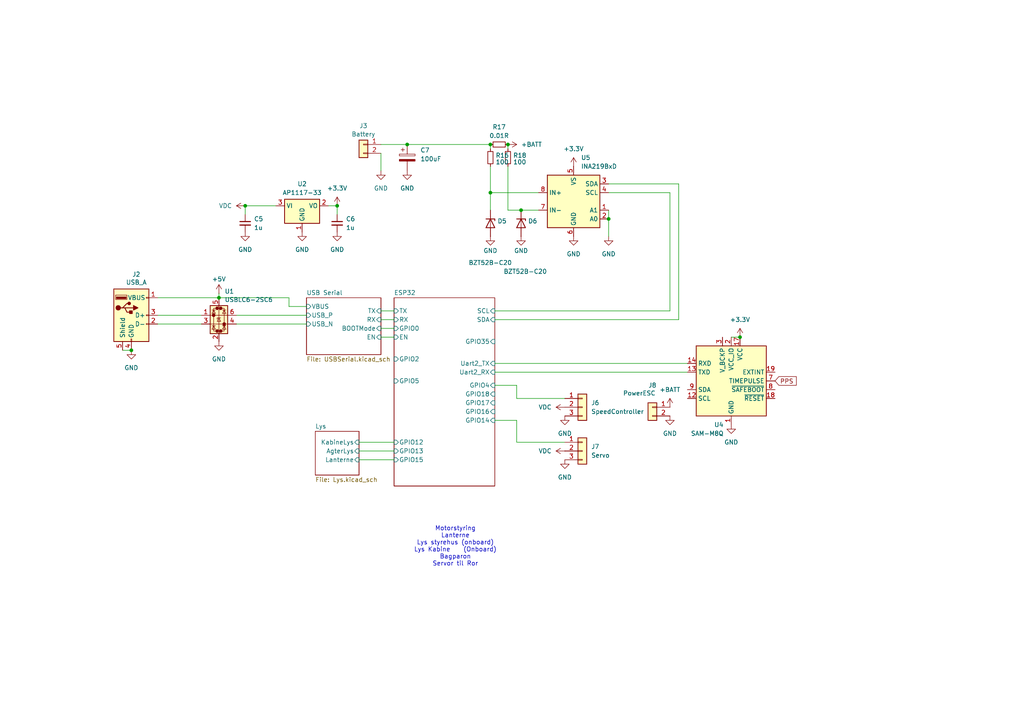
<source format=kicad_sch>
(kicad_sch (version 20250114) (generator "eeschema") (generator_version "9.0")
  (paper "A4")
  (lib_symbols
    (symbol "Connector_Generic:Conn_01x02" (pin_names (offset 1.016) (hide yes))
      (property "Reference" "J" (at 0 2.54 0))
      (property "Value" "Conn_01x02" (at 0 -5.08 0))
      (symbol "Conn_01x02_1_1"
        (rectangle (start -1.27 1.27) (end 1.27 -3.81) (stroke (width 0.254)) (fill (type background)))
        (rectangle (start -1.27 0.127) (end 0 -0.127) (stroke (width 0.1524)))
        (rectangle (start -1.27 -2.413) (end 0 -2.667) (stroke (width 0.1524)))
        (pin passive line (at -5.08 0 0) (length 3.81) (name "Pin_1") (number "1"))
        (pin passive line (at -5.08 -2.54 0) (length 3.81) (name "Pin_2") (number "2"))
      )
    )
    (symbol "Connector_Generic:Conn_01x03" (pin_names (offset 1.016) (hide yes))
      (property "Reference" "J" (at 0 5.08 0))
      (property "Value" "Conn_01x03" (at 0 -5.08 0))
      (symbol "Conn_01x03_1_1"
        (rectangle (start -1.27 3.81) (end 1.27 -3.81) (stroke (width 0.254)) (fill (type background)))
        (rectangle (start -1.27 2.667) (end 0 2.413) (stroke (width 0.1524)))
        (rectangle (start -1.27 0.127) (end 0 -0.127) (stroke (width 0.1524)))
        (rectangle (start -1.27 -2.413) (end 0 -2.667) (stroke (width 0.1524)))
        (pin passive line (at -5.08 2.54 0) (length 3.81) (name "Pin_1") (number "1"))
        (pin passive line (at -5.08 0 0) (length 3.81) (name "Pin_2") (number "2"))
        (pin passive line (at -5.08 -2.54 0) (length 3.81) (name "Pin_3") (number "3"))
      )
    )
    (symbol "Device:C_Polarized" (pin_numbers (hide yes)) (pin_names (offset 0.254))
      (property "Reference" "C" (at 0.635 2.54 0))
      (property "Value" "C_Polarized" (at 0.635 -2.54 0))
      (symbol "C_Polarized_0_1"
        (rectangle (start -2.286 0.508) (end 2.286 1.016))
        (polyline (pts (xy -1.778 2.286) (xy -0.762 2.286)))
        (polyline (pts (xy -1.27 2.794) (xy -1.27 1.778)))
        (rectangle (start 2.286 -0.508) (end -2.286 -1.016) (fill (type outline)))
      )
      (symbol "C_Polarized_1_1"
        (pin passive line (at 0 3.81 270) (length 2.794) (name "~") (number "1"))
        (pin passive line (at 0 -3.81 90) (length 2.794) (name "~") (number "2"))
      )
    )
    (symbol "Device:C_Small" (pin_numbers (hide yes)) (pin_names (offset 0.254) (hide yes))
      (property "Reference" "C" (at 0.254 1.778 0))
      (property "Value" "C_Small" (at 0.254 -2.032 0))
      (symbol "C_Small_0_1"
        (polyline (pts (xy -1.524 0.508) (xy 1.524 0.508)) (stroke (width 0.3048)))
        (polyline (pts (xy -1.524 -0.508) (xy 1.524 -0.508)) (stroke (width 0.3302)))
      )
      (symbol "C_Small_1_1"
        (pin passive line (at 0 2.54 270) (length 2.032) (name "~") (number "1"))
        (pin passive line (at 0 -2.54 90) (length 2.032) (name "~") (number "2"))
      )
    )
    (symbol "Device:R_Small" (pin_numbers (hide yes)) (pin_names (offset 0.254) (hide yes))
      (property "Reference" "R" (at 0.762 0.508 0))
      (property "Value" "R_Small" (at 0.762 -1.016 0))
      (symbol "R_Small_0_1"
        (rectangle (start -0.762 1.778) (end 0.762 -1.778) (stroke (width 0.2032)))
      )
      (symbol "R_Small_1_1"
        (pin passive line (at 0 2.54 270) (length 0.762) (name "~") (number "1"))
        (pin passive line (at 0 -2.54 90) (length 0.762) (name "~") (number "2"))
      )
    )
    (symbol "Diode:BZT52Bxx" (pin_numbers (hide yes)) (pin_names (hide yes))
      (property "Reference" "D" (at 0 2.54 0))
      (property "Value" "BZT52Bxx" (at 0 -2.54 0))
      (symbol "BZT52Bxx_0_1"
        (polyline (pts (xy -1.27 -1.27) (xy -1.27 1.27) (xy -0.762 1.27)) (stroke (width 0.254)))
        (polyline (pts (xy 1.27 0) (xy -1.27 0)))
        (polyline (pts (xy 1.27 -1.27) (xy 1.27 1.27) (xy -1.27 0) (xy 1.27 -1.27)) (stroke (width 0.254)))
      )
      (symbol "BZT52Bxx_1_1"
        (pin passive line (at -3.81 0 0) (length 2.54) (name "K") (number "1"))
        (pin passive line (at 3.81 0 180) (length 2.54) (name "A") (number "2"))
      )
    )
    (symbol "GND_7" (power) (pin_names (offset 0))
      (property "Value" "GND_7" (at 0 -3.81 0))
      (symbol "GND_7_0_1"
        (polyline (pts (xy 0 0) (xy 0 -1.27) (xy 1.27 -1.27) (xy 0 -2.54) (xy -1.27 -1.27) (xy 0 -1.27)))
      )
      (symbol "GND_7_1_1"
        (pin power_in line (at 0 0 270) (length 0) (hide yes) (name "GND") (number "1"))
      )
    )
    (symbol "Power_Protection:USBLC6-2SC6" (pin_names (hide yes))
      (property "Reference" "U" (at 0.635 5.715 0))
      (property "Value" "USBLC6-2SC6" (at 0.635 3.81 0))
      (symbol "USBLC6-2SC6_0_0"
        (circle (center -1.524 0) (radius 0.0001) (stroke (width 0.508)))
        (circle (center -0.508 2.032) (radius 0.0001) (stroke (width 0.508)))
        (circle (center -0.508 -4.572) (radius 0.0001) (stroke (width 0.508)))
        (circle (center 0.508 2.032) (radius 0.0001) (stroke (width 0.508)))
        (circle (center 0.508 -4.572) (radius 0.0001) (stroke (width 0.508)))
        (circle (center 1.524 -2.54) (radius 0.0001) (stroke (width 0.508)))
      )
      (symbol "USBLC6-2SC6_0_1"
        (polyline (pts (xy -2.54 0) (xy 2.54 0)))
        (polyline (pts (xy -2.54 -2.54) (xy 2.54 -2.54)))
        (polyline (pts (xy -2.032 0.508) (xy -1.016 0.508) (xy -1.524 1.524) (xy -2.032 0.508)))
        (polyline (pts (xy -2.032 -3.048) (xy -1.016 -3.048)))
        (polyline (pts (xy -1.016 1.524) (xy -2.032 1.524)))
        (polyline (pts (xy -1.016 -4.064) (xy -2.032 -4.064) (xy -1.524 -3.048) (xy -1.016 -4.064)))
        (polyline (pts (xy -0.508 -1.143) (xy -0.508 -0.762) (xy 0.508 -0.762)))
        (polyline (pts (xy 0 2.54) (xy -0.508 2.032) (xy 0.508 2.032) (xy 0 1.524) (xy 0 -4.064) (xy -0.508 -4.572) (xy 0.508 -4.572) (xy 0 -5.08)))
        (polyline (pts (xy 0.508 -1.778) (xy -0.508 -1.778) (xy 0 -0.762) (xy 0.508 -1.778)))
        (polyline (pts (xy 1.016 1.524) (xy 2.032 1.524)))
        (polyline (pts (xy 1.016 -3.048) (xy 2.032 -3.048)))
        (polyline (pts (xy 2.032 0.508) (xy 1.016 0.508) (xy 1.524 1.524) (xy 2.032 0.508)))
        (polyline (pts (xy 2.032 -4.064) (xy 1.016 -4.064) (xy 1.524 -3.048) (xy 2.032 -4.064)))
      )
      (symbol "USBLC6-2SC6_1_1"
        (rectangle (start -2.54 2.794) (end 2.54 -5.334) (stroke (width 0.254)) (fill (type background)))
        (polyline (pts (xy -0.508 2.032) (xy -1.524 2.032) (xy -1.524 -4.572) (xy -0.508 -4.572)))
        (polyline (pts (xy 0.508 -4.572) (xy 1.524 -4.572) (xy 1.524 2.032) (xy 0.508 2.032)))
        (pin passive line (at -5.08 0 0) (length 2.54) (name "I/O1") (number "1"))
        (pin passive line (at -5.08 -2.54 0) (length 2.54) (name "I/O2") (number "3"))
        (pin passive line (at 0 5.08 270) (length 2.54) (name "VBUS") (number "5"))
        (pin passive line (at 0 -7.62 90) (length 2.54) (name "GND") (number "2"))
        (pin passive line (at 5.08 0 180) (length 2.54) (name "I/O1") (number "6"))
        (pin passive line (at 5.08 -2.54 180) (length 2.54) (name "I/O2") (number "4"))
      )
    )
    (symbol "Programmer-rescue:USB_A-Connector" (pin_names (offset 1.016))
      (property "Reference" "J" (at -5.08 11.43 0))
      (property "Value" "Connector_USB_A" (at -5.08 8.89 0))
      (symbol "USB_A-Connector_0_1"
        (rectangle (start -5.08 -7.62) (end 5.08 7.62) (stroke (width 0.254)) (fill (type background)))
        (circle (center -3.81 2.159) (radius 0.635) (stroke (width 0.254)) (fill (type outline)))
        (polyline (pts (xy -3.175 2.159) (xy -2.54 2.159) (xy -1.27 3.429) (xy -0.635 3.429)) (stroke (width 0.254)))
        (polyline (pts (xy -2.54 2.159) (xy -1.905 2.159) (xy -1.27 0.889) (xy 0 0.889)) (stroke (width 0.254)))
        (rectangle (start -1.524 4.826) (end -4.318 5.334) (fill (type outline)))
        (rectangle (start -1.27 4.572) (end -4.572 5.842))
        (circle (center -0.635 3.429) (radius 0.381) (stroke (width 0.254)) (fill (type outline)))
        (rectangle (start -0.127 -7.62) (end 0.127 -6.858))
        (rectangle (start 0.254 1.27) (end -0.508 0.508) (stroke (width 0.254)) (fill (type outline)))
        (polyline (pts (xy 0.635 2.794) (xy 0.635 1.524) (xy 1.905 2.159) (xy 0.635 2.794)) (stroke (width 0.254)) (fill (type outline)))
        (rectangle (start 5.08 4.953) (end 4.318 5.207))
        (rectangle (start 5.08 -0.127) (end 4.318 0.127))
        (rectangle (start 5.08 -2.667) (end 4.318 -2.413))
      )
      (symbol "USB_A-Connector_1_1"
        (polyline (pts (xy -1.905 2.159) (xy 0.635 2.159)) (stroke (width 0.254)))
        (pin passive line (at -2.54 -10.16 90) (length 2.54) (name "Shield") (number "5"))
        (pin power_in line (at 0 -10.16 90) (length 2.54) (name "GND") (number "4"))
        (pin power_in line (at 7.62 5.08 180) (length 2.54) (name "VBUS") (number "1"))
        (pin passive line (at 7.62 0 180) (length 2.54) (name "D+") (number "3"))
        (pin passive line (at 7.62 -2.54 180) (length 2.54) (name "D-") (number "2"))
      )
    )
    (symbol "RF_GPS:SAM-M8Q"
      (property "Reference" "U" (at -8.89 11.43 0))
      (property "Value" "SAM-M8Q" (at 8.89 11.43 0))
      (symbol "SAM-M8Q_0_1"
        (rectangle (start -10.16 10.16) (end 10.16 -10.16) (stroke (width 0.254)) (fill (type background)))
      )
      (symbol "SAM-M8Q_1_1"
        (pin input line (at -12.7 2.54 0) (length 2.54) (name "EXTINT") (number "19"))
        (pin output line (at -12.7 0 0) (length 2.54) (name "TIMEPULSE") (number "7"))
        (pin input line (at -12.7 -2.54 0) (length 2.54) (name "~{SAFEBOOT}") (number "8"))
        (pin input line (at -12.7 -5.08 0) (length 2.54) (name "~{RESET}") (number "18"))
        (pin power_in line (at -2.54 12.7 270) (length 2.54) (name "VCC") (number "17"))
        (pin power_in line (at 0 12.7 270) (length 2.54) (name "VCC_IO") (number "2"))
        (pin power_in line (at 0 -12.7 90) (length 2.54) (name "GND") (number "1"))
        (pin passive line (at 0 -12.7 90) (length 2.54) (hide yes) (name "GND") (number "10"))
        (pin passive line (at 0 -12.7 90) (length 2.54) (hide yes) (name "GND") (number "11"))
        (pin passive line (at 0 -12.7 90) (length 2.54) (hide yes) (name "GND") (number "15"))
        (pin passive line (at 0 -12.7 90) (length 2.54) (hide yes) (name "GND") (number "16"))
        (pin passive line (at 0 -12.7 90) (length 2.54) (hide yes) (name "GND") (number "20"))
        (pin passive line (at 0 -12.7 90) (length 2.54) (hide yes) (name "GND") (number "4"))
        (pin passive line (at 0 -12.7 90) (length 2.54) (hide yes) (name "GND") (number "5"))
        (pin passive line (at 0 -12.7 90) (length 2.54) (hide yes) (name "GND") (number "6"))
        (pin power_in line (at 2.54 12.7 270) (length 2.54) (name "V_BCKP") (number "3"))
        (pin input line (at 12.7 5.08 180) (length 2.54) (name "RXD") (number "14"))
        (pin output line (at 12.7 2.54 180) (length 2.54) (name "TXD") (number "13"))
        (pin bidirectional line (at 12.7 -2.54 180) (length 2.54) (name "SDA") (number "9"))
        (pin input line (at 12.7 -5.08 180) (length 2.54) (name "SCL") (number "12"))
      )
    )
    (symbol "Regulator_Linear:AP1117-33"
      (property "Reference" "U" (at -3.81 3.175 0))
      (property "Value" "AP1117-33" (at 0 3.175 0))
      (symbol "AP1117-33_0_1"
        (rectangle (start -5.08 -5.08) (end 5.08 1.905) (stroke (width 0.254)) (fill (type background)))
      )
      (symbol "AP1117-33_1_1"
        (pin power_in line (at -7.62 0 0) (length 2.54) (name "VI") (number "3"))
        (pin power_in line (at 0 -7.62 90) (length 2.54) (name "GND") (number "1"))
        (pin power_out line (at 7.62 0 180) (length 2.54) (name "VO") (number "2"))
      )
    )
    (symbol "Sensor_Energy:INA219BxD"
      (property "Reference" "U" (at -6.35 8.89 0))
      (property "Value" "INA219BxD" (at 5.08 8.89 0))
      (symbol "INA219BxD_0_1"
        (rectangle (start -7.62 7.62) (end 7.62 -7.62) (stroke (width 0.254)) (fill (type background)))
      )
      (symbol "INA219BxD_1_1"
        (pin input line (at -10.16 2.54 0) (length 2.54) (name "IN+") (number "8"))
        (pin input line (at -10.16 -2.54 0) (length 2.54) (name "IN-") (number "7"))
        (pin power_in line (at 0 10.16 270) (length 2.54) (name "VS") (number "5"))
        (pin power_in line (at 0 -10.16 90) (length 2.54) (name "GND") (number "6"))
        (pin bidirectional line (at 10.16 5.08 180) (length 2.54) (name "SDA") (number "3"))
        (pin input line (at 10.16 2.54 180) (length 2.54) (name "SCL") (number "4"))
        (pin input line (at 10.16 -2.54 180) (length 2.54) (name "A1") (number "1"))
        (pin input line (at 10.16 -5.08 180) (length 2.54) (name "A0") (number "2"))
      )
    )
    (symbol "power:+3.3V" (power) (pin_numbers (hide yes)) (pin_names (offset 0) (hide yes))
      (property "Value" "+3.3V" (at 0 3.556 0))
      (symbol "+3.3V_0_1"
        (polyline (pts (xy -0.762 1.27) (xy 0 2.54)))
        (polyline (pts (xy 0 2.54) (xy 0.762 1.27)))
        (polyline (pts (xy 0 0) (xy 0 2.54)))
      )
      (symbol "+3.3V_1_1"
        (pin power_in line (at 0 0 90) (length 0) (name "~") (number "1"))
      )
    )
    (symbol "power:+5V" (power) (pin_numbers (hide yes)) (pin_names (offset 0) (hide yes))
      (property "Value" "+5V" (at 0 3.556 0))
      (symbol "+5V_0_1"
        (polyline (pts (xy -0.762 1.27) (xy 0 2.54)))
        (polyline (pts (xy 0 2.54) (xy 0.762 1.27)))
        (polyline (pts (xy 0 0) (xy 0 2.54)))
      )
      (symbol "+5V_1_1"
        (pin power_in line (at 0 0 90) (length 0) (name "~") (number "1"))
      )
    )
    (symbol "power:+BATT" (power) (pin_numbers (hide yes)) (pin_names (offset 0) (hide yes))
      (property "Value" "+BATT" (at 0 3.556 0))
      (symbol "+BATT_0_1"
        (polyline (pts (xy -0.762 1.27) (xy 0 2.54)))
        (polyline (pts (xy 0 2.54) (xy 0.762 1.27)))
        (polyline (pts (xy 0 0) (xy 0 2.54)))
      )
      (symbol "+BATT_1_1"
        (pin power_in line (at 0 0 90) (length 0) (name "~") (number "1"))
      )
    )
    (symbol "power:GND" (power) (pin_numbers (hide yes)) (pin_names (offset 0) (hide yes))
      (property "Value" "GND" (at 0 -3.81 0))
      (symbol "GND_0_1"
        (polyline (pts (xy 0 0) (xy 0 -1.27) (xy 1.27 -1.27) (xy 0 -2.54) (xy -1.27 -1.27) (xy 0 -1.27)))
      )
      (symbol "GND_1_1"
        (pin power_in line (at 0 0 270) (length 0) (name "~") (number "1"))
      )
    )
    (symbol "power:VDC" (power) (pin_numbers (hide yes)) (pin_names (offset 0) (hide yes))
      (property "Value" "VDC" (at 0 3.556 0))
      (symbol "VDC_0_1"
        (polyline (pts (xy -0.762 1.27) (xy 0 2.54)))
        (polyline (pts (xy 0 2.54) (xy 0.762 1.27)))
        (polyline (pts (xy 0 0) (xy 0 2.54)))
      )
      (symbol "VDC_1_1"
        (pin power_in line (at 0 0 90) (length 0) (name "~") (number "1"))
      )
    )
  )
  (text "Motorstyring\nLanterne\nLys styrehus (onboard)\nLys Kabine    (Onboard)\nBagparon\nServor til Ror\n" (at 132.08 158.496 0) (effects (font (size 1.27 1.27))))
  (junction (at 71.12 59.69))
  (junction (at 151.13 60.96))
  (junction (at 147.32 41.91))
  (junction (at 63.5 86.36))
  (junction (at 176.53 63.5))
  (junction (at 142.24 55.88))
  (junction (at 38.1 101.6))
  (junction (at 97.79 59.69))
  (junction (at 118.11 41.91))
  (junction (at 214.63 97.79))
  (junction (at 142.24 41.91))
  (wire (pts (xy 214.63 97.79) (xy 212.09 97.79)))
  (wire (pts (xy 45.72 93.98) (xy 58.42 93.98)))
  (wire (pts (xy 83.82 88.9) (xy 83.82 86.36)))
  (wire (pts (xy 118.11 41.91) (xy 142.24 41.91)))
  (wire (pts (xy 45.72 86.36) (xy 63.5 86.36)))
  (wire (pts (xy 149.86 111.76) (xy 143.51 111.76)))
  (wire (pts (xy 176.53 55.88) (xy 194.31 55.88)))
  (wire (pts (xy 176.53 60.96) (xy 176.53 63.5)))
  (wire (pts (xy 149.86 121.92) (xy 149.86 128.27)))
  (wire (pts (xy 149.86 128.27) (xy 163.83 128.27)))
  (wire (pts (xy 142.24 48.26) (xy 142.24 55.88)))
  (wire (pts (xy 110.49 92.71) (xy 114.3 92.71)))
  (wire (pts (xy 147.32 60.96) (xy 151.13 60.96)))
  (wire (pts (xy 104.14 128.27) (xy 114.3 128.27)))
  (wire (pts (xy 142.24 55.88) (xy 142.24 60.96)))
  (wire (pts (xy 104.14 133.35) (xy 114.3 133.35)))
  (wire (pts (xy 143.51 92.71) (xy 196.85 92.71)))
  (wire (pts (xy 110.49 97.79) (xy 114.3 97.79)))
  (wire (pts (xy 196.85 92.71) (xy 196.85 53.34)))
  (wire (pts (xy 110.49 90.17) (xy 114.3 90.17)))
  (wire (pts (xy 194.31 55.88) (xy 194.31 90.17)))
  (wire (pts (xy 45.72 91.44) (xy 58.42 91.44)))
  (wire (pts (xy 83.82 86.36) (xy 63.5 86.36)))
  (wire (pts (xy 147.32 41.91) (xy 147.32 43.18)))
  (wire (pts (xy 194.31 90.17) (xy 143.51 90.17)))
  (wire (pts (xy 142.24 55.88) (xy 156.21 55.88)))
  (wire (pts (xy 149.86 111.76) (xy 149.86 115.57)))
  (wire (pts (xy 97.79 59.69) (xy 97.79 62.23)))
  (wire (pts (xy 68.58 93.98) (xy 88.9 93.98)))
  (wire (pts (xy 149.86 121.92) (xy 143.51 121.92)))
  (wire (pts (xy 80.01 59.69) (xy 71.12 59.69)))
  (wire (pts (xy 88.9 88.9) (xy 83.82 88.9)))
  (wire (pts (xy 143.51 107.95) (xy 199.39 107.95)))
  (wire (pts (xy 71.12 59.69) (xy 71.12 62.23)))
  (wire (pts (xy 142.24 41.91) (xy 142.24 43.18)))
  (wire (pts (xy 149.86 115.57) (xy 163.83 115.57)))
  (wire (pts (xy 95.25 59.69) (xy 97.79 59.69)))
  (wire (pts (xy 68.58 91.44) (xy 88.9 91.44)))
  (wire (pts (xy 104.14 130.81) (xy 114.3 130.81)))
  (wire (pts (xy 110.49 41.91) (xy 118.11 41.91)))
  (wire (pts (xy 110.49 49.53) (xy 110.49 44.45)))
  (wire (pts (xy 176.53 63.5) (xy 176.53 68.58)))
  (wire (pts (xy 151.13 60.96) (xy 156.21 60.96)))
  (wire (pts (xy 143.51 105.41) (xy 199.39 105.41)))
  (wire (pts (xy 35.56 101.6) (xy 38.1 101.6)))
  (wire (pts (xy 196.85 53.34) (xy 176.53 53.34)))
  (wire (pts (xy 147.32 48.26) (xy 147.32 60.96)))
  (wire (pts (xy 110.49 95.25) (xy 114.3 95.25)))
  (wire (pts (xy 63.5 85.09) (xy 63.5 86.36)))
  (global_label "PPS" (shape input) (at 224.79 110.49 0) (property "Intersheetrefs" "${INTERSHEET_REFS}" (effects (hide yes))))
  (symbol (lib_id "RF_GPS:SAM-M8Q") (at 212.09 110.49 0) (mirror y) (unit 1)
    (property "Reference" "U4" (at 209.8959 123.19 0) (effects (justify left)))
    (property "Value" "SAM-M8Q" (at 209.8959 125.73 0) (effects (justify left)))
    (property "Footprint" "RF_GPS:ublox_SAM-M8Q" (effects (hide yes)))
    (property "Datasheet" "https://www.u-blox.com/sites/default/files/SAM-M8Q_DataSheet_%28UBX-16012619%29.pdf" (effects (hide yes)))
    (property "Description" "GPS ublox M8 variant" (effects (hide yes)))
  )
  (symbol (lib_id "Power_Protection:USBLC6-2SC6") (at 63.5 91.44 0) (unit 1)
    (property "Reference" "U1" (at 65.1511 84.5015 0) (effects (justify left)))
    (property "Value" "USBLC6-2SC6" (at 65.1511 86.9258 0) (effects (justify left)))
    (property "Footprint" "Package_TO_SOT_SMD:SOT-23-6" (effects (hide yes)))
    (property "Datasheet" "https://www.st.com/resource/en/datasheet/usblc6-2.pdf" (effects (hide yes)))
    (property "Description" "Very low capacitance ESD protection diode, 2 data-line, SOT-23-6" (effects (hide yes)))
  )
  (symbol (lib_id "Sensor_Energy:INA219BxD") (at 166.37 58.42 0) (unit 1)
    (property "Reference" "U5" (at 168.5133 45.72 0) (effects (justify left)))
    (property "Value" "INA219BxD" (at 168.5133 48.26 0) (effects (justify left)))
    (property "Footprint" "Package_SO:SOIC-8_3.9x4.9mm_P1.27mm" (effects (hide yes)))
    (property "Datasheet" "http://www.ti.com/lit/ds/symlink/ina219.pdf" (effects (hide yes)))
    (property "Description" "Zero-Drift, HighAccuracy, Bidirectional Current/Power Monitor (0-26V) With I2C Interface, SOIC-8" (effects (hide yes)))
  )
  (symbol (lib_id "Device:C_Small") (at 97.79 64.77 0) (unit 1)
    (property "Reference" "C6" (at 100.33 63.5062 0) (effects (justify left)))
    (property "Value" "1u" (at 100.33 66.0462 0) (effects (justify left)))
    (property "Footprint" "Capacitor_SMD:C_0603_1608Metric" (effects (hide yes)))
    (property "Description" "Unpolarized capacitor, small symbol" (effects (hide yes)))
  )
  (symbol (lib_id "Device:R_Small") (at 147.32 45.72 0) (unit 1)
    (property "Reference" "R18" (at 148.8186 45.0763 0) (effects (justify left)))
    (property "Value" "100" (at 148.8186 46.9973 0) (effects (justify left)))
    (property "Footprint" "Resistor_SMD:R_0603_1608Metric" (effects (hide yes)))
  )
  (symbol (lib_id "Device:R_Small") (at 142.24 45.72 0) (unit 1)
    (property "Reference" "R16" (at 143.7386 45.0763 0) (effects (justify left)))
    (property "Value" "100" (at 143.7386 46.9973 0) (effects (justify left)))
    (property "Footprint" "Resistor_SMD:R_0603_1608Metric" (effects (hide yes)))
  )
  (symbol (lib_name "GND_7") (lib_id "power:GND") (at 38.1 101.6 0) (mirror y) (unit 1)
    (property "Reference" "#PWR01" (effects (hide yes)))
    (property "Value" "GND" (at 38.1 106.68 0))
  )
  (symbol (lib_id "power:+3.3V") (at 166.37 48.26 0) (unit 1)
    (property "Reference" "#PWR042" (effects (hide yes)))
    (property "Value" "+3.3V" (at 166.37 43.18 0))
    (property "Description" "Power symbol creates a global label with name \"+3.3V\"" (effects (hide yes)))
  )
  (symbol (lib_name "GND_7") (lib_id "power:GND") (at 163.83 120.65 0) (unit 1)
    (property "Reference" "#PWR017" (effects (hide yes)))
    (property "Value" "GND" (at 163.83 125.73 0))
  )
  (symbol (lib_id "power:VDC") (at 163.83 118.11 90) (unit 1)
    (property "Reference" "#PWR02" (effects (hide yes)))
    (property "Value" "VDC" (at 160.02 118.1099 90) (effects (justify left)))
    (property "Description" "Power symbol creates a global label with name \"VDC\"" (effects (hide yes)))
  )
  (symbol (lib_id "power:+5V") (at 63.5 85.09 0) (unit 1)
    (property "Reference" "#PWR03" (effects (hide yes)))
    (property "Value" "+5V" (at 63.5 80.9569 0))
    (property "Description" "Power symbol creates a global label with name \"+5V\"" (effects (hide yes)))
  )
  (symbol (lib_name "GND_7") (lib_id "power:GND") (at 194.31 120.65 0) (unit 1)
    (property "Reference" "#PWR047" (effects (hide yes)))
    (property "Value" "GND" (at 194.31 125.73 0))
  )
  (symbol (lib_id "Programmer-rescue:USB_A-Connector") (at 38.1 91.44 0) (unit 1)
    (property "Reference" "J2" (at 39.5478 79.5782 0))
    (property "Value" "USB_A" (at 39.5478 81.8896 0))
    (property "Footprint" "Connector_USB:USB_Mini-B_Wuerth_65100516121_Horizontal" (effects (hide yes)))
    (property "Datasheet" " ~" (effects (hide yes)))
  )
  (symbol (lib_id "power:+3.3V") (at 214.63 97.79 0) (unit 1)
    (property "Reference" "#PWR037" (effects (hide yes)))
    (property "Value" "+3.3V" (at 214.63 92.71 0))
    (property "Description" "Power symbol creates a global label with name \"+3.3V\"" (effects (hide yes)))
  )
  (symbol (lib_id "Device:C_Polarized") (at 118.11 45.72 0) (unit 1)
    (property "Reference" "C7" (at 121.92 43.5609 0) (effects (justify left)))
    (property "Value" "100uF" (at 121.92 46.1009 0) (effects (justify left)))
    (property "Footprint" "Capacitor_SMD:CP_Elec_6.3x5.4" (effects (hide yes)))
    (property "Description" "Polarized capacitor" (effects (hide yes)))
  )
  (symbol (lib_name "GND_7") (lib_id "power:GND") (at 163.83 133.35 0) (unit 1)
    (property "Reference" "#PWR016" (effects (hide yes)))
    (property "Value" "GND" (at 163.83 138.43 0))
  )
  (symbol (lib_name "GND_7") (lib_id "power:GND") (at 176.53 68.58 0) (unit 1)
    (property "Reference" "#PWR043" (effects (hide yes)))
    (property "Value" "GND" (at 176.53 73.66 0))
  )
  (symbol (lib_id "Regulator_Linear:AP1117-33") (at 87.63 59.69 0) (unit 1)
    (property "Reference" "U2" (at 87.63 53.34 0))
    (property "Value" "AP1117-33" (at 87.63 55.88 0))
    (property "Footprint" "Package_TO_SOT_SMD:SOT-223-3_TabPin2" (effects (hide yes)))
    (property "Datasheet" "http://www.diodes.com/datasheets/AP1117.pdf" (effects (hide yes)))
    (property "Description" "1A Low Dropout regulator, positive, 3.3V fixed output, SOT-223" (effects (hide yes)))
  )
  (symbol (lib_id "power:+3.3V") (at 97.79 59.69 0) (unit 1)
    (property "Reference" "#PWR025" (effects (hide yes)))
    (property "Value" "+3.3V" (at 97.79 54.61 0))
    (property "Description" "Power symbol creates a global label with name \"+3.3V\"" (effects (hide yes)))
  )
  (symbol (lib_name "GND_7") (lib_id "power:GND") (at 110.49 49.53 0) (unit 1)
    (property "Reference" "#PWR05" (effects (hide yes)))
    (property "Value" "GND" (at 110.49 54.61 0))
  )
  (symbol (lib_id "Connector_Generic:Conn_01x03") (at 168.91 130.81 0) (unit 1)
    (property "Reference" "J7" (at 171.45 129.5399 0) (effects (justify left)))
    (property "Value" "Servo" (at 171.45 132.0799 0) (effects (justify left)))
    (property "Footprint" "Connector_Molex:Molex_KK-254_AE-6410-03A_1x03_P2.54mm_Vertical" (effects (hide yes)))
    (property "Description" "Generic connector, single row, 01x03, script generated (kicad-library-utils/schlib/autogen/connector/)" (effects (hide yes)))
  )
  (symbol (lib_id "power:GND") (at 142.24 68.58 0) (unit 1)
    (property "Reference" "#PWR045" (effects (hide yes)))
    (property "Value" "GND" (at 142.24 72.7155 0))
  )
  (symbol (lib_id "Connector_Generic:Conn_01x02") (at 105.41 41.91 0) (mirror y) (unit 1)
    (property "Reference" "J3" (at 105.41 36.4955 0))
    (property "Value" "Battery" (at 105.41 38.9198 0))
    (property "Footprint" "Connector_Molex:Molex_KK-254_AE-6410-02A_1x02_P2.54mm_Vertical" (effects (hide yes)))
    (property "Description" "Generic connector, single row, 01x02, script generated (kicad-library-utils/schlib/autogen/connector/)" (effects (hide yes)))
  )
  (symbol (lib_id "Diode:BZT52Bxx") (at 151.13 64.77 270) (unit 1)
    (property "Reference" "D6" (at 153.162 64.1263 90) (effects (justify left)))
    (property "Value" "BZT52B-C20" (at 146.05 78.74 90) (effects (justify left)))
    (property "Footprint" "Diode_SMD:D_SOD-123F" (effects (hide yes)))
    (property "Datasheet" "https://diotec.com/tl_files/diotec/files/pdf/datasheets/bzt52b2v4.pdf" (effects (hide yes)))
    (property "Mouser" "833-BZT52C20-TP" (effects (hide yes)))
  )
  (symbol (lib_id "Connector_Generic:Conn_01x03") (at 168.91 118.11 0) (unit 1)
    (property "Reference" "J6" (at 171.45 116.8399 0) (effects (justify left)))
    (property "Value" "SpeedController" (at 171.45 119.3799 0) (effects (justify left)))
    (property "Footprint" "Connector_Molex:Molex_KK-254_AE-6410-03A_1x03_P2.54mm_Vertical" (effects (hide yes)))
    (property "Description" "Generic connector, single row, 01x03, script generated (kicad-library-utils/schlib/autogen/connector/)" (effects (hide yes)))
  )
  (symbol (lib_name "GND_7") (lib_id "power:GND") (at 63.5 99.06 0) (unit 1)
    (property "Reference" "#PWR04" (effects (hide yes)))
    (property "Value" "GND" (at 63.5 104.14 0))
  )
  (symbol (lib_id "power:+BATT") (at 147.32 41.91 270) (unit 1)
    (property "Reference" "#PWR044" (effects (hide yes)))
    (property "Value" "+BATT" (at 151.13 41.9099 90) (effects (justify left)))
    (property "Description" "Power symbol creates a global label with name \"+BATT\"" (effects (hide yes)))
  )
  (symbol (lib_id "power:VDC") (at 71.12 59.69 90) (unit 1)
    (property "Reference" "#PWR019" (effects (hide yes)))
    (property "Value" "VDC" (at 67.31 59.6899 90) (effects (justify left)))
    (property "Description" "Power symbol creates a global label with name \"VDC\"" (effects (hide yes)))
  )
  (symbol (lib_name "GND_7") (lib_id "power:GND") (at 71.12 67.31 0) (unit 1)
    (property "Reference" "#PWR021" (effects (hide yes)))
    (property "Value" "GND" (at 71.12 72.39 0))
  )
  (symbol (lib_name "GND_7") (lib_id "power:GND") (at 87.63 67.31 0) (unit 1)
    (property "Reference" "#PWR020" (effects (hide yes)))
    (property "Value" "GND" (at 87.63 72.39 0))
  )
  (symbol (lib_id "Device:C_Small") (at 71.12 64.77 0) (unit 1)
    (property "Reference" "C5" (at 73.66 63.5062 0) (effects (justify left)))
    (property "Value" "1u" (at 73.66 66.0462 0) (effects (justify left)))
    (property "Footprint" "Capacitor_SMD:C_0603_1608Metric" (effects (hide yes)))
    (property "Description" "Unpolarized capacitor, small symbol" (effects (hide yes)))
  )
  (symbol (lib_id "Connector_Generic:Conn_01x02") (at 189.23 118.11 0) (mirror y) (unit 1)
    (property "Reference" "J8" (at 189.23 111.76 0))
    (property "Value" "PowerESC" (at 185.42 114.046 0))
    (property "Footprint" "Connector_Molex:Molex_KK-254_AE-6410-02A_1x02_P2.54mm_Vertical" (effects (hide yes)))
    (property "Description" "Generic connector, single row, 01x02, script generated (kicad-library-utils/schlib/autogen/connector/)" (effects (hide yes)))
  )
  (symbol (lib_id "Device:R_Small") (at 144.78 41.91 90) (unit 1)
    (property "Reference" "R17" (at 144.78 36.83 90))
    (property "Value" "0.01R" (at 144.78 39.37 90))
    (property "Footprint" "Resistor_SMD:R_1812_4532Metric" (effects (hide yes)))
  )
  (symbol (lib_name "GND_7") (lib_id "power:GND") (at 166.37 68.58 0) (unit 1)
    (property "Reference" "#PWR041" (effects (hide yes)))
    (property "Value" "GND" (at 166.37 73.66 0))
  )
  (symbol (lib_name "GND_7") (lib_id "power:GND") (at 97.79 67.31 0) (unit 1)
    (property "Reference" "#PWR023" (effects (hide yes)))
    (property "Value" "GND" (at 97.79 72.39 0))
  )
  (symbol (lib_id "power:VDC") (at 163.83 130.81 90) (unit 1)
    (property "Reference" "#PWR018" (effects (hide yes)))
    (property "Value" "VDC" (at 160.02 130.8099 90) (effects (justify left)))
    (property "Description" "Power symbol creates a global label with name \"VDC\"" (effects (hide yes)))
  )
  (symbol (lib_id "power:+BATT") (at 194.31 118.11 0) (unit 1)
    (property "Reference" "#PWR048" (effects (hide yes)))
    (property "Value" "+BATT" (at 194.31 113.03 0))
    (property "Description" "Power symbol creates a global label with name \"+BATT\"" (effects (hide yes)))
  )
  (symbol (lib_id "Diode:BZT52Bxx") (at 142.24 64.77 270) (unit 1)
    (property "Reference" "D5" (at 144.272 64.1263 90) (effects (justify left)))
    (property "Value" "BZT52B-C20" (at 135.89 76.2 90) (effects (justify left)))
    (property "Footprint" "Diode_SMD:D_SOD-123F" (effects (hide yes)))
    (property "Datasheet" "https://diotec.com/tl_files/diotec/files/pdf/datasheets/bzt52b2v4.pdf" (effects (hide yes)))
    (property "Mouser" "833-BZT52C20-TP" (effects (hide yes)))
  )
  (symbol (lib_id "power:GND") (at 151.13 68.58 0) (unit 1)
    (property "Reference" "#PWR046" (effects (hide yes)))
    (property "Value" "GND" (at 151.13 72.7155 0))
  )
  (symbol (lib_id "power:GND") (at 212.09 123.19 0) (unit 1)
    (property "Reference" "#PWR038" (effects (hide yes)))
    (property "Value" "GND" (at 212.09 128.27 0))
    (property "Description" "Power symbol creates a global label with name \"GND\" , ground" (effects (hide yes)))
  )
  (symbol (lib_name "GND_7") (lib_id "power:GND") (at 118.11 49.53 0) (unit 1)
    (property "Reference" "#PWR026" (effects (hide yes)))
    (property "Value" "GND" (at 118.11 54.61 0))
  )
  (sheet (at 88.9 86.36) (size 21.59 16.51) (stroke (width 0.1524))
    (property "Sheetname" "USB Serial" (at 88.9 85.6484 0) (effects (justify left bottom)))
    (property "Sheetfile" "USBSerial.kicad_sch" (at 88.9 103.4546 0) (effects (justify left top)))
    (pin "RX" input (at 110.49 92.71 0))
    (pin "TX" input (at 110.49 90.17 0))
    (pin "USB_N" input (at 88.9 93.98 180))
    (pin "USB_P" input (at 88.9 91.44 180))
    (pin "VBUS" input (at 88.9 88.9 180))
    (pin "BOOTMode" input (at 110.49 95.25 0))
    (pin "EN" input (at 110.49 97.79 0))
  )
  (sheet (at 91.44 125.095) (size 12.7 12.7) (stroke (width 0.1524))
    (property "Sheetname" "Lys" (at 91.44 124.3834 0) (effects (justify left bottom)))
    (property "Sheetfile" "Lys.kicad_sch" (at 91.44 138.3796 0) (effects (justify left top)))
    (pin "KabineLys" input (at 104.14 128.27 0))
    (pin "AgterLys" input (at 104.14 130.81 0))
    (pin "Lanterne" input (at 104.14 133.35 0))
  )
  (sheet (at 114.3 86.36) (size 29.21 54.61) (stroke (width 0.1524))
    (property "Sheetname" "ESP32" (at 114.3 85.6484 0) (effects (justify left bottom)))
    (property "Sheetfile" "StdEsp32_worm32.kicad_sch" (effects (hide yes)))
    (pin "GPIO2" input (at 114.3 104.14 180))
    (pin "GPIO5" input (at 114.3 110.49 180))
    (pin "GPIO4" input (at 143.51 111.76 0))
    (pin "GPIO35" input (at 143.51 99.06 0))
    (pin "TX" input (at 114.3 90.17 180))
    (pin "RX" input (at 114.3 92.71 180))
    (pin "GPIO0" input (at 114.3 95.25 180))
    (pin "EN" input (at 114.3 97.79 180))
    (pin "GPIO18" input (at 143.51 114.3 0))
    (pin "GPIO13" input (at 114.3 130.81 180))
    (pin "GPIO17" input (at 143.51 116.84 0))
    (pin "GPIO15" input (at 114.3 133.35 180))
    (pin "GPIO12" input (at 114.3 128.27 180))
    (pin "GPIO16" input (at 143.51 119.38 0))
    (pin "GPIO14" input (at 143.51 121.92 0))
    (pin "SCL" input (at 143.51 90.17 0))
    (pin "SDA" input (at 143.51 92.71 0))
    (pin "Uart2_RX" input (at 143.51 107.95 0))
    (pin "Uart2_TX" input (at 143.51 105.41 0))
  )
)
</source>
